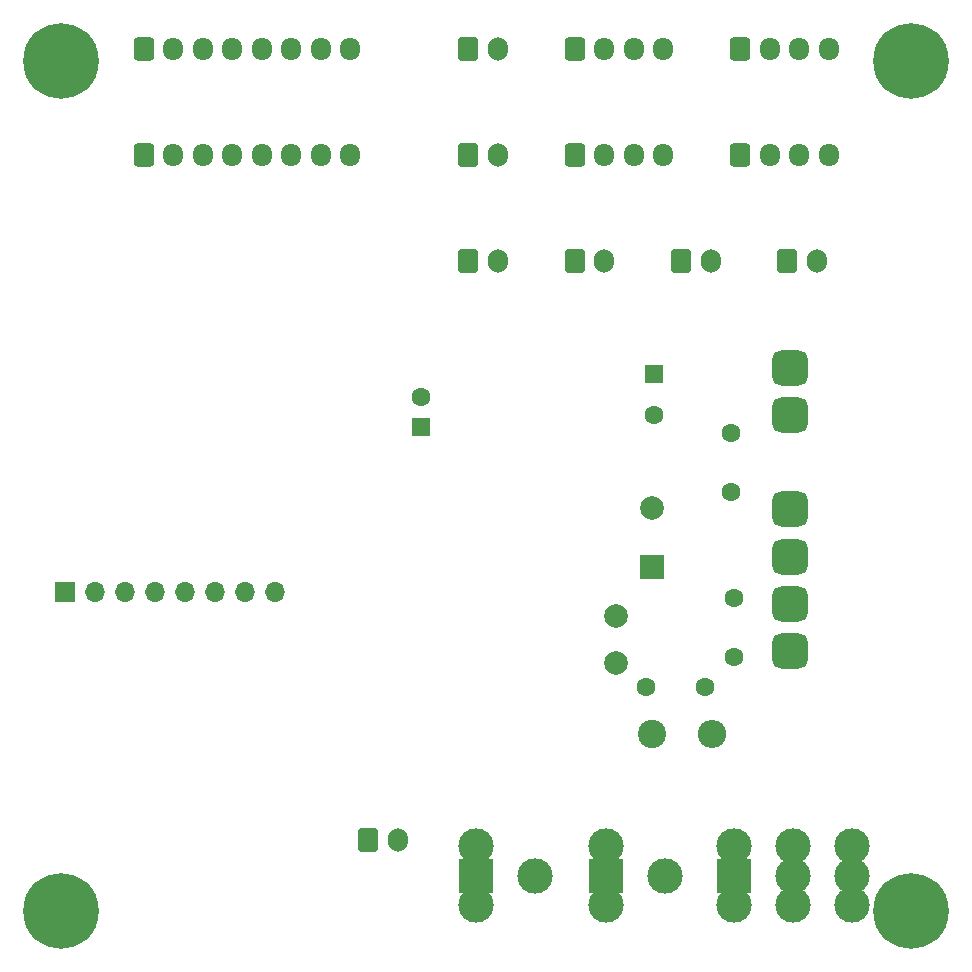
<source format=gbr>
%TF.GenerationSoftware,KiCad,Pcbnew,(6.0.9)*%
%TF.CreationDate,2023-06-24T22:02:27+12:00*%
%TF.ProjectId,lupa,6c757061-2e6b-4696-9361-645f70636258,rev?*%
%TF.SameCoordinates,Original*%
%TF.FileFunction,Soldermask,Bot*%
%TF.FilePolarity,Negative*%
%FSLAX46Y46*%
G04 Gerber Fmt 4.6, Leading zero omitted, Abs format (unit mm)*
G04 Created by KiCad (PCBNEW (6.0.9)) date 2023-06-24 22:02:27*
%MOMM*%
%LPD*%
G01*
G04 APERTURE LIST*
G04 Aperture macros list*
%AMRoundRect*
0 Rectangle with rounded corners*
0 $1 Rounding radius*
0 $2 $3 $4 $5 $6 $7 $8 $9 X,Y pos of 4 corners*
0 Add a 4 corners polygon primitive as box body*
4,1,4,$2,$3,$4,$5,$6,$7,$8,$9,$2,$3,0*
0 Add four circle primitives for the rounded corners*
1,1,$1+$1,$2,$3*
1,1,$1+$1,$4,$5*
1,1,$1+$1,$6,$7*
1,1,$1+$1,$8,$9*
0 Add four rect primitives between the rounded corners*
20,1,$1+$1,$2,$3,$4,$5,0*
20,1,$1+$1,$4,$5,$6,$7,0*
20,1,$1+$1,$6,$7,$8,$9,0*
20,1,$1+$1,$8,$9,$2,$3,0*%
G04 Aperture macros list end*
%ADD10C,3.000000*%
%ADD11RoundRect,0.250000X-0.600000X-0.750000X0.600000X-0.750000X0.600000X0.750000X-0.600000X0.750000X0*%
%ADD12O,1.700000X2.000000*%
%ADD13O,1.700000X1.950000*%
%ADD14RoundRect,0.250000X-0.600000X-0.725000X0.600000X-0.725000X0.600000X0.725000X-0.600000X0.725000X0*%
%ADD15C,6.400000*%
%ADD16C,2.400000*%
%ADD17O,2.400000X2.400000*%
%ADD18R,3.000000X3.000000*%
%ADD19RoundRect,0.750000X0.750000X-0.750000X0.750000X0.750000X-0.750000X0.750000X-0.750000X-0.750000X0*%
%ADD20R,1.600000X1.600000*%
%ADD21C,1.600000*%
%ADD22R,2.000000X2.000000*%
%ADD23C,2.000000*%
%ADD24R,1.700000X1.700000*%
%ADD25O,1.700000X1.700000*%
G04 APERTURE END LIST*
D10*
%TO.C,J23*%
X195000000Y-107500000D03*
X195000000Y-112500000D03*
%TD*%
%TO.C,J22*%
X190000000Y-107500000D03*
X190000000Y-112500000D03*
%TD*%
%TO.C,J21*%
X185000000Y-107500000D03*
X185000000Y-112500000D03*
%TD*%
%TO.C,J20*%
X174142500Y-107500000D03*
X174142500Y-112500000D03*
%TD*%
%TO.C,J15*%
X163142500Y-107500000D03*
X163142500Y-112500000D03*
%TD*%
D11*
%TO.C,J14*%
X154000000Y-107000000D03*
D12*
X156500000Y-107000000D03*
%TD*%
D13*
%TO.C,J8*%
X152500000Y-49000000D03*
X150000000Y-49000000D03*
X147500000Y-49000000D03*
X145000000Y-49000000D03*
X142500000Y-49000000D03*
X140000000Y-49000000D03*
X137500000Y-49000000D03*
D14*
X135000000Y-49000000D03*
%TD*%
D13*
%TO.C,J5*%
X179000000Y-49000000D03*
X176500000Y-49000000D03*
X174000000Y-49000000D03*
D14*
X171500000Y-49000000D03*
%TD*%
D13*
%TO.C,J4*%
X179000000Y-40000000D03*
X176500000Y-40000000D03*
X174000000Y-40000000D03*
D14*
X171500000Y-40000000D03*
%TD*%
D15*
%TO.C,DRL3*%
X200000000Y-41000000D03*
%TD*%
%TO.C,DRL2*%
X128000000Y-41000000D03*
%TD*%
%TO.C,DRL1*%
X128000000Y-113000000D03*
%TD*%
%TO.C,DRL4*%
X200000000Y-113000000D03*
%TD*%
D11*
%TO.C,J3*%
X162500000Y-49000000D03*
D12*
X165000000Y-49000000D03*
%TD*%
D16*
%TO.C,R16*%
X178000000Y-98000000D03*
D17*
X183080000Y-98000000D03*
%TD*%
D13*
%TO.C,J9*%
X152500000Y-40000000D03*
X150000000Y-40000000D03*
X147500000Y-40000000D03*
X145000000Y-40000000D03*
X142500000Y-40000000D03*
X140000000Y-40000000D03*
X137500000Y-40000000D03*
D14*
X135000000Y-40000000D03*
%TD*%
D11*
%TO.C,J1*%
X162500000Y-40000000D03*
D12*
X165000000Y-40000000D03*
%TD*%
%TO.C,J10*%
X183000000Y-58000000D03*
D11*
X180500000Y-58000000D03*
%TD*%
D12*
%TO.C,J19*%
X165000000Y-58000000D03*
D11*
X162500000Y-58000000D03*
%TD*%
%TO.C,J12*%
X189500000Y-58000000D03*
D12*
X192000000Y-58000000D03*
%TD*%
D18*
%TO.C,J17*%
X163142500Y-110000000D03*
D10*
X168142500Y-110000000D03*
%TD*%
D13*
%TO.C,J6*%
X193000000Y-40000000D03*
X190500000Y-40000000D03*
X188000000Y-40000000D03*
D14*
X185500000Y-40000000D03*
%TD*%
D19*
%TO.C,U2*%
X189750000Y-67000000D03*
X189750000Y-71000000D03*
X189750000Y-79000000D03*
X189750000Y-83000000D03*
X189750000Y-87000000D03*
X189750000Y-91000000D03*
%TD*%
D20*
%TO.C,C13*%
X158500000Y-72000000D03*
D21*
X158500000Y-69500000D03*
%TD*%
D22*
%TO.C,C14*%
X178000000Y-83867677D03*
D23*
X178000000Y-78867677D03*
%TD*%
%TO.C,L1*%
X175000000Y-88000000D03*
X175000000Y-92000000D03*
%TD*%
D21*
%TO.C,C12*%
X185000000Y-91500000D03*
X185000000Y-86500000D03*
%TD*%
%TO.C,C8*%
X178250000Y-71000000D03*
D20*
X178250000Y-67500000D03*
%TD*%
D21*
%TO.C,C10*%
X184750000Y-72500000D03*
X184750000Y-77500000D03*
%TD*%
D12*
%TO.C,J2*%
X174000000Y-58000000D03*
D11*
X171500000Y-58000000D03*
%TD*%
D21*
%TO.C,RV1*%
X177500000Y-94000000D03*
X182500000Y-94000000D03*
%TD*%
D18*
%TO.C,J16*%
X185000000Y-110000000D03*
D10*
X190000000Y-110000000D03*
X195000000Y-110000000D03*
%TD*%
D18*
%TO.C,J18*%
X174142500Y-110000000D03*
D10*
X179142500Y-110000000D03*
%TD*%
D24*
%TO.C,J11*%
X128380000Y-86000000D03*
D25*
X130920000Y-86000000D03*
X133460000Y-86000000D03*
X136000000Y-86000000D03*
X138540000Y-86000000D03*
X141080000Y-86000000D03*
X143620000Y-86000000D03*
X146160000Y-86000000D03*
%TD*%
D13*
%TO.C,J7*%
X193000000Y-49000000D03*
X190500000Y-49000000D03*
X188000000Y-49000000D03*
D14*
X185500000Y-49000000D03*
%TD*%
M02*

</source>
